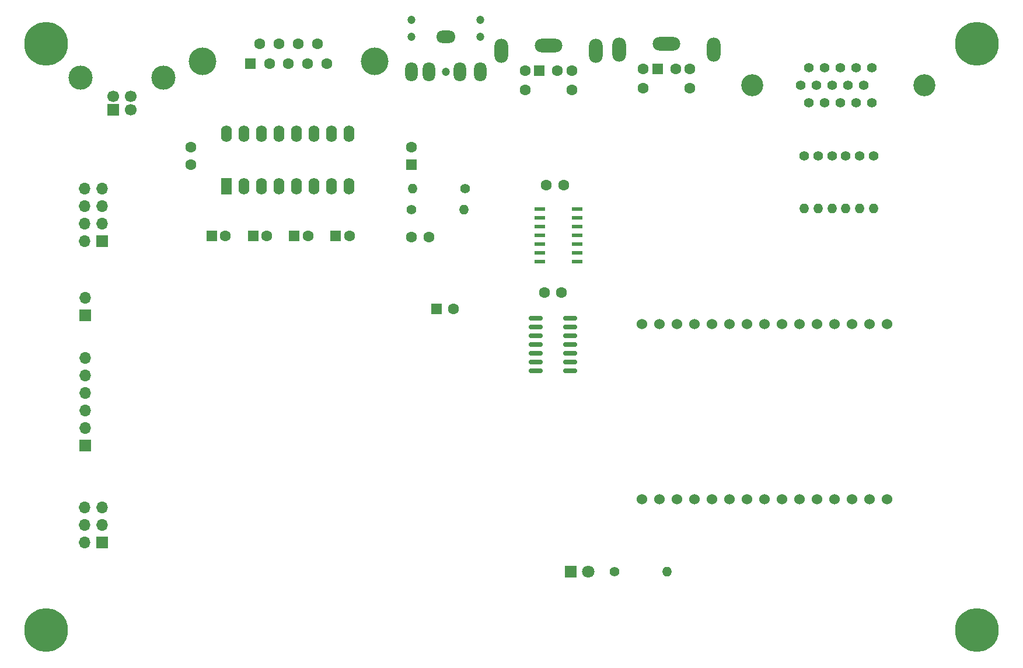
<source format=gbr>
G04 #@! TF.GenerationSoftware,KiCad,Pcbnew,(7.0.0)*
G04 #@! TF.CreationDate,2024-08-17T07:47:08-04:00*
G04 #@! TF.ProjectId,ESP32-TERM,45535033-322d-4544-9552-4d2e6b696361,1*
G04 #@! TF.SameCoordinates,Original*
G04 #@! TF.FileFunction,Soldermask,Top*
G04 #@! TF.FilePolarity,Negative*
%FSLAX46Y46*%
G04 Gerber Fmt 4.6, Leading zero omitted, Abs format (unit mm)*
G04 Created by KiCad (PCBNEW (7.0.0)) date 2024-08-17 07:47:08*
%MOMM*%
%LPD*%
G01*
G04 APERTURE LIST*
G04 Aperture macros list*
%AMRoundRect*
0 Rectangle with rounded corners*
0 $1 Rounding radius*
0 $2 $3 $4 $5 $6 $7 $8 $9 X,Y pos of 4 corners*
0 Add a 4 corners polygon primitive as box body*
4,1,4,$2,$3,$4,$5,$6,$7,$8,$9,$2,$3,0*
0 Add four circle primitives for the rounded corners*
1,1,$1+$1,$2,$3*
1,1,$1+$1,$4,$5*
1,1,$1+$1,$6,$7*
1,1,$1+$1,$8,$9*
0 Add four rect primitives between the rounded corners*
20,1,$1+$1,$2,$3,$4,$5,0*
20,1,$1+$1,$4,$5,$6,$7,0*
20,1,$1+$1,$6,$7,$8,$9,0*
20,1,$1+$1,$8,$9,$2,$3,0*%
G04 Aperture macros list end*
%ADD10C,6.350000*%
%ADD11C,1.524000*%
%ADD12C,1.600000*%
%ADD13C,1.400000*%
%ADD14O,1.400000X1.400000*%
%ADD15R,1.500000X0.600000*%
%ADD16R,1.600000X1.600000*%
%ADD17O,2.000000X3.500000*%
%ADD18O,4.000000X2.000000*%
%ADD19R,1.700000X1.700000*%
%ADD20O,1.700000X1.700000*%
%ADD21C,3.200000*%
%ADD22C,1.397000*%
%ADD23C,4.000000*%
%ADD24RoundRect,0.150000X0.825000X0.150000X-0.825000X0.150000X-0.825000X-0.150000X0.825000X-0.150000X0*%
%ADD25R,1.800000X1.800000*%
%ADD26C,1.800000*%
%ADD27C,1.200000*%
%ADD28O,1.800000X2.800000*%
%ADD29O,2.800000X1.800000*%
%ADD30R,1.600000X2.400000*%
%ADD31O,1.600000X2.400000*%
%ADD32C,1.700000*%
%ADD33C,3.500000*%
G04 APERTURE END LIST*
D10*
X165000000Y10000000D03*
X300000000Y-75000000D03*
X165000000Y-75000000D03*
X300000000Y10000000D03*
D11*
X287000000Y-30600000D03*
X284460000Y-30600000D03*
X281920000Y-30600000D03*
X279380000Y-30600000D03*
X276840000Y-30600000D03*
X274300000Y-30600000D03*
X271760000Y-30600000D03*
X269220000Y-30600000D03*
X266680000Y-30600000D03*
X264140000Y-30600000D03*
X261600000Y-30600000D03*
X259060000Y-30600000D03*
X256520000Y-30600000D03*
X253980000Y-30600000D03*
X251440000Y-30600000D03*
X251440000Y-56000000D03*
X253980000Y-56000000D03*
X256520000Y-56000000D03*
X259060000Y-56000000D03*
X261600000Y-56000000D03*
X264140000Y-56000000D03*
X266680000Y-56000000D03*
X269220000Y-56000000D03*
X271760000Y-56000000D03*
X274300000Y-56000000D03*
X276840000Y-56000000D03*
X279380000Y-56000000D03*
X281920000Y-56000000D03*
X284460000Y-56000000D03*
X287000000Y-56000000D03*
D12*
X218000000Y-18000000D03*
X220500000Y-18000000D03*
X240050000Y-10500000D03*
X237550000Y-10500000D03*
X239756000Y-26000000D03*
X237256000Y-26000000D03*
D13*
X277000000Y-6190000D03*
D14*
X276999999Y-13809999D03*
D13*
X275000000Y-6190000D03*
D14*
X274999999Y-13809999D03*
D13*
X281000000Y-6190000D03*
D14*
X280999999Y-13809999D03*
D13*
X279000000Y-6190000D03*
D14*
X278999999Y-13809999D03*
D13*
X285000000Y-6190000D03*
D14*
X284999999Y-13809999D03*
D13*
X283000000Y-6190000D03*
D14*
X282999999Y-13809999D03*
D13*
X218000000Y-14000000D03*
D14*
X225619999Y-13999999D03*
D13*
X225810000Y-11000000D03*
D14*
X218189999Y-10999999D03*
D15*
X241999999Y-21539999D03*
X241999999Y-20269999D03*
X241999999Y-18999999D03*
X241999999Y-17729999D03*
X241999999Y-16459999D03*
X241999999Y-15189999D03*
X241999999Y-13919999D03*
X236599999Y-13919999D03*
X236599999Y-15189999D03*
X236599999Y-16459999D03*
X236599999Y-17729999D03*
X236599999Y-18999999D03*
X236599999Y-20269999D03*
X236599999Y-21539999D03*
D16*
X253699999Y6349999D03*
D12*
X256300000Y6350000D03*
X251600000Y6350000D03*
X258400000Y6350000D03*
X251600000Y3550000D03*
X258400000Y3550000D03*
D17*
X261849999Y9199999D03*
D18*
X254999999Y9999999D03*
D17*
X248149999Y9199999D03*
D19*
X170669999Y-48239999D03*
D20*
X170669999Y-45699999D03*
X170669999Y-43159999D03*
X170669999Y-40619999D03*
X170669999Y-38079999D03*
X170669999Y-35539999D03*
D21*
X292427010Y4000000D03*
X267438490Y4000000D03*
D22*
X275622370Y1460000D03*
X277913450Y1460000D03*
X280199450Y1460000D03*
X282493070Y1460000D03*
X284781610Y1460000D03*
X274476830Y4000000D03*
X276767910Y4000000D03*
X279058990Y4000000D03*
X281347530Y4000000D03*
X283638610Y4000000D03*
X275622370Y6540000D03*
X277913450Y6540000D03*
X280201990Y6537460D03*
X282493070Y6540000D03*
X284781610Y6540000D03*
D23*
X212655000Y7460000D03*
X187655000Y7460000D03*
D16*
X194614999Y7159999D03*
D12*
X197385000Y7160000D03*
X200155000Y7160000D03*
X202925000Y7160000D03*
X205695000Y7160000D03*
X196000000Y10000000D03*
X198770000Y10000000D03*
X201540000Y10000000D03*
X204310000Y10000000D03*
X186000000Y-5000000D03*
X186000000Y-7500000D03*
D16*
X221599999Y-28399999D03*
D12*
X224100000Y-28400000D03*
D16*
X217999999Y-7499999D03*
D12*
X218000000Y-5000000D03*
D19*
X173119999Y-18559999D03*
D20*
X170579999Y-18559999D03*
X173119999Y-16019999D03*
X170579999Y-16019999D03*
X173119999Y-13479999D03*
X170579999Y-13479999D03*
X173119999Y-10939999D03*
X170579999Y-10939999D03*
D13*
X247480000Y-66500000D03*
D14*
X255099999Y-66499999D03*
D16*
X206999999Y-17794999D03*
D12*
X209000000Y-17795000D03*
D16*
X200999999Y-17794999D03*
D12*
X203000000Y-17795000D03*
D16*
X188999999Y-17794999D03*
D12*
X191000000Y-17795000D03*
D19*
X170654999Y-29304999D03*
D20*
X170654999Y-26764999D03*
D16*
X236549999Y6149999D03*
D12*
X239150000Y6150000D03*
X234450000Y6150000D03*
X241250000Y6150000D03*
X234450000Y3350000D03*
X241250000Y3350000D03*
D17*
X244699999Y8999999D03*
D18*
X237849999Y9799999D03*
D17*
X230999999Y8999999D03*
D24*
X241000000Y-37350000D03*
X241000000Y-36080000D03*
X241000000Y-34810000D03*
X241000000Y-33540000D03*
X241000000Y-32270000D03*
X241000000Y-31000000D03*
X241000000Y-29730000D03*
X236050000Y-29730000D03*
X236050000Y-31000000D03*
X236050000Y-32270000D03*
X236050000Y-33540000D03*
X236050000Y-34810000D03*
X236050000Y-36080000D03*
X236050000Y-37350000D03*
D25*
X241124999Y-66499999D03*
D26*
X243665000Y-66500000D03*
D16*
X194999999Y-17794999D03*
D12*
X197000000Y-17795000D03*
D27*
X218000000Y13500000D03*
X218000000Y11000000D03*
X223000000Y6000000D03*
X228000000Y13500000D03*
X228000000Y11000000D03*
D28*
X227999999Y5999999D03*
X224999999Y5999999D03*
D29*
X222999999Y10999999D03*
D28*
X217999999Y5999999D03*
X220499999Y5999999D03*
D30*
X191124999Y-10619999D03*
D31*
X193664999Y-10619999D03*
X196204999Y-10619999D03*
X198744999Y-10619999D03*
X201284999Y-10619999D03*
X203824999Y-10619999D03*
X206364999Y-10619999D03*
X208904999Y-10619999D03*
X208904999Y-2999999D03*
X206364999Y-2999999D03*
X203824999Y-2999999D03*
X201284999Y-2999999D03*
X198744999Y-2999999D03*
X196204999Y-2999999D03*
X193664999Y-2999999D03*
X191124999Y-2999999D03*
D19*
X173139999Y-62244999D03*
D20*
X170599999Y-62244999D03*
X173139999Y-59704999D03*
X170599999Y-59704999D03*
X173139999Y-57164999D03*
X170599999Y-57164999D03*
D19*
X174749999Y422499D03*
D32*
X177250000Y422500D03*
X177250000Y2422500D03*
X174750000Y2422500D03*
D33*
X169980000Y5132500D03*
X182020000Y5132500D03*
M02*

</source>
